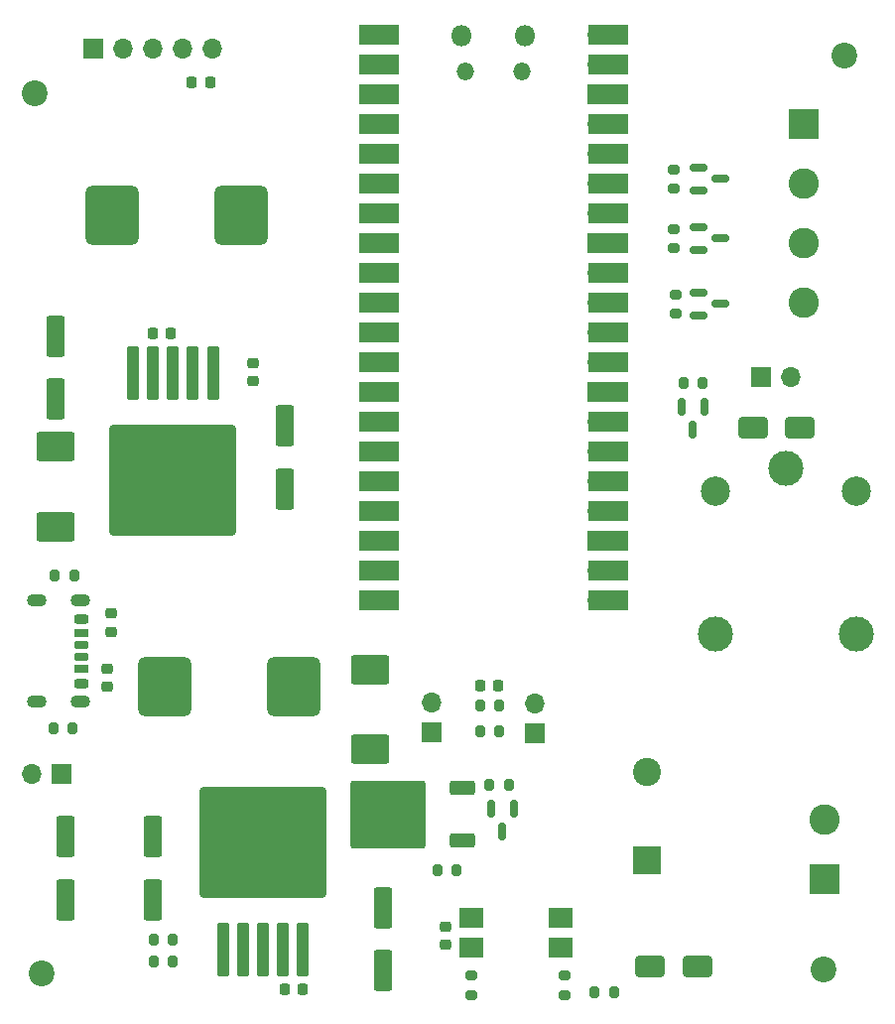
<source format=gbr>
%TF.GenerationSoftware,KiCad,Pcbnew,7.0.10*%
%TF.CreationDate,2024-02-05T00:38:03+01:00*%
%TF.ProjectId,Powerlabstech_Stool,506f7765-726c-4616-9273-746563685f53,rev?*%
%TF.SameCoordinates,Original*%
%TF.FileFunction,Soldermask,Top*%
%TF.FilePolarity,Negative*%
%FSLAX46Y46*%
G04 Gerber Fmt 4.6, Leading zero omitted, Abs format (unit mm)*
G04 Created by KiCad (PCBNEW 7.0.10) date 2024-02-05 00:38:03*
%MOMM*%
%LPD*%
G01*
G04 APERTURE LIST*
G04 Aperture macros list*
%AMRoundRect*
0 Rectangle with rounded corners*
0 $1 Rounding radius*
0 $2 $3 $4 $5 $6 $7 $8 $9 X,Y pos of 4 corners*
0 Add a 4 corners polygon primitive as box body*
4,1,4,$2,$3,$4,$5,$6,$7,$8,$9,$2,$3,0*
0 Add four circle primitives for the rounded corners*
1,1,$1+$1,$2,$3*
1,1,$1+$1,$4,$5*
1,1,$1+$1,$6,$7*
1,1,$1+$1,$8,$9*
0 Add four rect primitives between the rounded corners*
20,1,$1+$1,$2,$3,$4,$5,0*
20,1,$1+$1,$4,$5,$6,$7,0*
20,1,$1+$1,$6,$7,$8,$9,0*
20,1,$1+$1,$8,$9,$2,$3,0*%
G04 Aperture macros list end*
%ADD10RoundRect,0.250000X1.400000X1.000000X-1.400000X1.000000X-1.400000X-1.000000X1.400000X-1.000000X0*%
%ADD11R,2.600000X2.600000*%
%ADD12C,2.600000*%
%ADD13C,2.200000*%
%ADD14R,1.700000X1.700000*%
%ADD15O,1.700000X1.700000*%
%ADD16RoundRect,0.150000X-0.150000X0.587500X-0.150000X-0.587500X0.150000X-0.587500X0.150000X0.587500X0*%
%ADD17RoundRect,0.250000X-0.550000X1.500000X-0.550000X-1.500000X0.550000X-1.500000X0.550000X1.500000X0*%
%ADD18RoundRect,0.450000X1.800000X2.050000X-1.800000X2.050000X-1.800000X-2.050000X1.800000X-2.050000X0*%
%ADD19RoundRect,0.200000X-0.275000X0.200000X-0.275000X-0.200000X0.275000X-0.200000X0.275000X0.200000X0*%
%ADD20RoundRect,0.200000X0.275000X-0.200000X0.275000X0.200000X-0.275000X0.200000X-0.275000X-0.200000X0*%
%ADD21RoundRect,0.200000X0.200000X0.275000X-0.200000X0.275000X-0.200000X-0.275000X0.200000X-0.275000X0*%
%ADD22RoundRect,0.225000X0.225000X0.250000X-0.225000X0.250000X-0.225000X-0.250000X0.225000X-0.250000X0*%
%ADD23RoundRect,0.150000X-0.587500X-0.150000X0.587500X-0.150000X0.587500X0.150000X-0.587500X0.150000X0*%
%ADD24RoundRect,0.200000X-0.200000X-0.275000X0.200000X-0.275000X0.200000X0.275000X-0.200000X0.275000X0*%
%ADD25RoundRect,0.250000X-1.000000X-0.650000X1.000000X-0.650000X1.000000X0.650000X-1.000000X0.650000X0*%
%ADD26O,1.800000X1.800000*%
%ADD27O,1.500000X1.500000*%
%ADD28R,3.500000X1.700000*%
%ADD29RoundRect,0.250000X-0.300000X2.050000X-0.300000X-2.050000X0.300000X-2.050000X0.300000X2.050000X0*%
%ADD30RoundRect,0.250002X-5.149998X4.449998X-5.149998X-4.449998X5.149998X-4.449998X5.149998X4.449998X0*%
%ADD31RoundRect,0.175000X-0.425000X0.175000X-0.425000X-0.175000X0.425000X-0.175000X0.425000X0.175000X0*%
%ADD32RoundRect,0.190000X0.410000X-0.190000X0.410000X0.190000X-0.410000X0.190000X-0.410000X-0.190000X0*%
%ADD33RoundRect,0.200000X0.400000X-0.200000X0.400000X0.200000X-0.400000X0.200000X-0.400000X-0.200000X0*%
%ADD34RoundRect,0.175000X0.425000X-0.175000X0.425000X0.175000X-0.425000X0.175000X-0.425000X-0.175000X0*%
%ADD35RoundRect,0.190000X-0.410000X0.190000X-0.410000X-0.190000X0.410000X-0.190000X0.410000X0.190000X0*%
%ADD36RoundRect,0.200000X-0.400000X0.200000X-0.400000X-0.200000X0.400000X-0.200000X0.400000X0.200000X0*%
%ADD37O,1.700000X1.100000*%
%ADD38RoundRect,0.250000X0.850000X0.350000X-0.850000X0.350000X-0.850000X-0.350000X0.850000X-0.350000X0*%
%ADD39RoundRect,0.249997X2.950003X2.650003X-2.950003X2.650003X-2.950003X-2.650003X2.950003X-2.650003X0*%
%ADD40RoundRect,0.225000X0.250000X-0.225000X0.250000X0.225000X-0.250000X0.225000X-0.250000X-0.225000X0*%
%ADD41RoundRect,0.250000X-1.400000X-1.000000X1.400000X-1.000000X1.400000X1.000000X-1.400000X1.000000X0*%
%ADD42R,2.000000X1.780000*%
%ADD43RoundRect,0.250000X0.300000X-2.050000X0.300000X2.050000X-0.300000X2.050000X-0.300000X-2.050000X0*%
%ADD44RoundRect,0.250002X5.149998X-4.449998X5.149998X4.449998X-5.149998X4.449998X-5.149998X-4.449998X0*%
%ADD45RoundRect,0.225000X-0.225000X-0.250000X0.225000X-0.250000X0.225000X0.250000X-0.225000X0.250000X0*%
%ADD46RoundRect,0.250000X1.000000X0.650000X-1.000000X0.650000X-1.000000X-0.650000X1.000000X-0.650000X0*%
%ADD47R,2.400000X2.400000*%
%ADD48C,2.400000*%
%ADD49RoundRect,0.225000X-0.250000X0.225000X-0.250000X-0.225000X0.250000X-0.225000X0.250000X0.225000X0*%
%ADD50C,3.000000*%
%ADD51C,2.500000*%
G04 APERTURE END LIST*
D10*
%TO.C,D4*%
X80772000Y-102460000D03*
X80772000Y-95660000D03*
%TD*%
D11*
%TO.C,D3*%
X144620000Y-68080000D03*
D12*
X144620000Y-73160000D03*
X144620000Y-78240000D03*
X144620000Y-83320000D03*
%TD*%
D13*
%TO.C,H1*%
X148082000Y-62230000D03*
%TD*%
D14*
%TO.C,J5*%
X81215000Y-123610000D03*
D15*
X78675000Y-123610000D03*
%TD*%
D16*
%TO.C,Q1*%
X136078000Y-92280500D03*
X134178000Y-92280500D03*
X135128000Y-94155500D03*
%TD*%
D17*
%TO.C,C10*%
X81580000Y-128885000D03*
X81580000Y-134285000D03*
%TD*%
D18*
%TO.C,L2*%
X101040000Y-116160000D03*
X90040000Y-116160000D03*
%TD*%
D19*
%TO.C,R7*%
X133696000Y-82641000D03*
X133696000Y-84291000D03*
%TD*%
D11*
%TO.C,J1*%
X146375000Y-132565000D03*
D12*
X146375000Y-127485000D03*
%TD*%
D20*
%TO.C,R2*%
X116200000Y-142425000D03*
X116200000Y-140775000D03*
%TD*%
D18*
%TO.C,L1*%
X96550000Y-75940000D03*
X85550000Y-75940000D03*
%TD*%
D21*
%TO.C,R14*%
X82325000Y-106600000D03*
X80675000Y-106600000D03*
%TD*%
D22*
%TO.C,C9*%
X101825000Y-141960000D03*
X100275000Y-141960000D03*
%TD*%
D13*
%TO.C,H3*%
X146304000Y-140208000D03*
%TD*%
D23*
%TO.C,Q2*%
X135620500Y-71848000D03*
X135620500Y-73748000D03*
X137495500Y-72798000D03*
%TD*%
D24*
%TO.C,R12*%
X116945000Y-119895000D03*
X118595000Y-119895000D03*
%TD*%
D20*
%TO.C,R3*%
X124200000Y-142425000D03*
X124200000Y-140775000D03*
%TD*%
D25*
%TO.C,D1*%
X131500000Y-140000000D03*
X135500000Y-140000000D03*
%TD*%
D21*
%TO.C,R4*%
X135953000Y-90170000D03*
X134303000Y-90170000D03*
%TD*%
D26*
%TO.C,U5*%
X115385000Y-60582000D03*
D27*
X115685000Y-63612000D03*
X120535000Y-63612000D03*
D26*
X120835000Y-60582000D03*
D15*
X109220000Y-60452000D03*
D28*
X108320000Y-60452000D03*
D15*
X109220000Y-62992000D03*
D28*
X108320000Y-62992000D03*
D14*
X109220000Y-65532000D03*
D28*
X108320000Y-65532000D03*
D15*
X109220000Y-68072000D03*
D28*
X108320000Y-68072000D03*
D15*
X109220000Y-70612000D03*
D28*
X108320000Y-70612000D03*
D15*
X109220000Y-73152000D03*
D28*
X108320000Y-73152000D03*
D15*
X109220000Y-75692000D03*
D28*
X108320000Y-75692000D03*
D14*
X109220000Y-78232000D03*
D28*
X108320000Y-78232000D03*
D15*
X109220000Y-80772000D03*
D28*
X108320000Y-80772000D03*
D15*
X109220000Y-83312000D03*
D28*
X108320000Y-83312000D03*
D15*
X109220000Y-85852000D03*
D28*
X108320000Y-85852000D03*
D15*
X109220000Y-88392000D03*
D28*
X108320000Y-88392000D03*
D14*
X109220000Y-90932000D03*
D28*
X108320000Y-90932000D03*
D15*
X109220000Y-93472000D03*
D28*
X108320000Y-93472000D03*
D15*
X109220000Y-96012000D03*
D28*
X108320000Y-96012000D03*
D15*
X109220000Y-98552000D03*
D28*
X108320000Y-98552000D03*
D15*
X109220000Y-101092000D03*
D28*
X108320000Y-101092000D03*
D14*
X109220000Y-103632000D03*
D28*
X108320000Y-103632000D03*
D15*
X109220000Y-106172000D03*
D28*
X108320000Y-106172000D03*
D15*
X109220000Y-108712000D03*
D28*
X108320000Y-108712000D03*
D15*
X127000000Y-108712000D03*
D28*
X127900000Y-108712000D03*
D15*
X127000000Y-106172000D03*
D28*
X127900000Y-106172000D03*
D14*
X127000000Y-103632000D03*
D28*
X127900000Y-103632000D03*
D15*
X127000000Y-101092000D03*
D28*
X127900000Y-101092000D03*
D15*
X127000000Y-98552000D03*
D28*
X127900000Y-98552000D03*
D15*
X127000000Y-96012000D03*
D28*
X127900000Y-96012000D03*
D15*
X127000000Y-93472000D03*
D28*
X127900000Y-93472000D03*
D14*
X127000000Y-90932000D03*
D28*
X127900000Y-90932000D03*
D15*
X127000000Y-88392000D03*
D28*
X127900000Y-88392000D03*
D15*
X127000000Y-85852000D03*
D28*
X127900000Y-85852000D03*
D15*
X127000000Y-83312000D03*
D28*
X127900000Y-83312000D03*
D15*
X127000000Y-80772000D03*
D28*
X127900000Y-80772000D03*
D14*
X127000000Y-78232000D03*
D28*
X127900000Y-78232000D03*
D15*
X127000000Y-75692000D03*
D28*
X127900000Y-75692000D03*
D15*
X127000000Y-73152000D03*
D28*
X127900000Y-73152000D03*
D15*
X127000000Y-70612000D03*
D28*
X127900000Y-70612000D03*
D15*
X127000000Y-68072000D03*
D28*
X127900000Y-68072000D03*
D14*
X127000000Y-65532000D03*
D28*
X127900000Y-65532000D03*
D15*
X127000000Y-62992000D03*
D28*
X127900000Y-62992000D03*
D15*
X127000000Y-60452000D03*
D28*
X127900000Y-60452000D03*
%TD*%
D23*
%TO.C,Q4*%
X135620500Y-82516000D03*
X135620500Y-84416000D03*
X137495500Y-83466000D03*
%TD*%
D29*
%TO.C,U3*%
X94170000Y-89380000D03*
X92470000Y-89380000D03*
X90770000Y-89380000D03*
D30*
X90770000Y-98530000D03*
D29*
X89070000Y-89380000D03*
X87370000Y-89380000D03*
%TD*%
D14*
%TO.C,J3*%
X121600000Y-120105000D03*
D15*
X121600000Y-117565000D03*
%TD*%
D24*
%TO.C,R11*%
X89091000Y-139585000D03*
X90741000Y-139585000D03*
%TD*%
D13*
%TO.C,H4*%
X79520000Y-140620000D03*
%TD*%
D19*
%TO.C,R6*%
X133510000Y-77053000D03*
X133510000Y-78703000D03*
%TD*%
D21*
%TO.C,R16*%
X82225000Y-119700000D03*
X80575000Y-119700000D03*
%TD*%
D31*
%TO.C,J6*%
X82980000Y-112575000D03*
D32*
X82980000Y-114595000D03*
D33*
X82980000Y-115825000D03*
D34*
X82980000Y-113575000D03*
D35*
X82980000Y-111555000D03*
D36*
X82980000Y-110325000D03*
D37*
X82900000Y-108755000D03*
X79100000Y-108755000D03*
X82900000Y-117395000D03*
X79100000Y-117395000D03*
%TD*%
D17*
%TO.C,C7*%
X80750000Y-86190000D03*
X80750000Y-91590000D03*
%TD*%
D38*
%TO.C,Q5*%
X115452000Y-129280000D03*
D39*
X109152000Y-127000000D03*
D38*
X115452000Y-124720000D03*
%TD*%
D40*
%TO.C,C5*%
X97570000Y-90080000D03*
X97570000Y-88530000D03*
%TD*%
%TO.C,C2*%
X114000000Y-138175000D03*
X114000000Y-136625000D03*
%TD*%
D16*
%TO.C,Q6*%
X119822000Y-126570500D03*
X117922000Y-126570500D03*
X118872000Y-128445500D03*
%TD*%
D41*
%TO.C,D5*%
X107560000Y-114662500D03*
X107560000Y-121462500D03*
%TD*%
D23*
%TO.C,Q3*%
X135620500Y-76928000D03*
X135620500Y-78828000D03*
X137495500Y-77878000D03*
%TD*%
D14*
%TO.C,J4*%
X83945000Y-61680000D03*
D15*
X86485000Y-61680000D03*
X89025000Y-61680000D03*
X91565000Y-61680000D03*
X94105000Y-61680000D03*
%TD*%
D42*
%TO.C,U1*%
X123820000Y-138420000D03*
X123820000Y-135880000D03*
X116200000Y-135880000D03*
X116200000Y-138420000D03*
%TD*%
D17*
%TO.C,C8*%
X108712000Y-134968000D03*
X108712000Y-140368000D03*
%TD*%
D14*
%TO.C,BT1*%
X112870000Y-119985000D03*
D15*
X112870000Y-117445000D03*
%TD*%
D21*
%TO.C,R1*%
X128410000Y-142175000D03*
X126760000Y-142175000D03*
%TD*%
D19*
%TO.C,R5*%
X133510000Y-71973000D03*
X133510000Y-73623000D03*
%TD*%
D21*
%TO.C,R10*%
X119415000Y-124460000D03*
X117765000Y-124460000D03*
%TD*%
D43*
%TO.C,U4*%
X95020000Y-138525000D03*
X96720000Y-138525000D03*
X98420000Y-138525000D03*
D44*
X98420000Y-129375000D03*
D43*
X100120000Y-138525000D03*
X101820000Y-138525000D03*
%TD*%
D17*
%TO.C,C4*%
X100330000Y-93880000D03*
X100330000Y-99280000D03*
%TD*%
D13*
%TO.C,H2*%
X79000000Y-65500000D03*
%TD*%
D22*
%TO.C,C13*%
X118505000Y-116025000D03*
X116955000Y-116025000D03*
%TD*%
D21*
%TO.C,R13*%
X118615000Y-117765000D03*
X116965000Y-117765000D03*
%TD*%
D24*
%TO.C,R8*%
X113315000Y-131810000D03*
X114965000Y-131810000D03*
%TD*%
D22*
%TO.C,C3*%
X93935000Y-64520000D03*
X92385000Y-64520000D03*
%TD*%
D45*
%TO.C,C6*%
X89025000Y-85970000D03*
X90575000Y-85970000D03*
%TD*%
D40*
%TO.C,C14*%
X85500000Y-111445000D03*
X85500000Y-109895000D03*
%TD*%
D46*
%TO.C,D2*%
X144240000Y-93980000D03*
X140240000Y-93980000D03*
%TD*%
D47*
%TO.C,C1*%
X131190000Y-130930000D03*
D48*
X131190000Y-123430000D03*
%TD*%
D21*
%TO.C,R9*%
X90741000Y-137685000D03*
X89091000Y-137685000D03*
%TD*%
D49*
%TO.C,C12*%
X85190000Y-114575000D03*
X85190000Y-116125000D03*
%TD*%
D14*
%TO.C,J2*%
X140970000Y-89662000D03*
D15*
X143510000Y-89662000D03*
%TD*%
D17*
%TO.C,C11*%
X89020000Y-128885000D03*
X89020000Y-134285000D03*
%TD*%
D50*
%TO.C,K1*%
X143088000Y-97472000D03*
D51*
X137038000Y-99422000D03*
D50*
X137038000Y-111622000D03*
X149088000Y-111672000D03*
D51*
X149038000Y-99422000D03*
%TD*%
M02*

</source>
